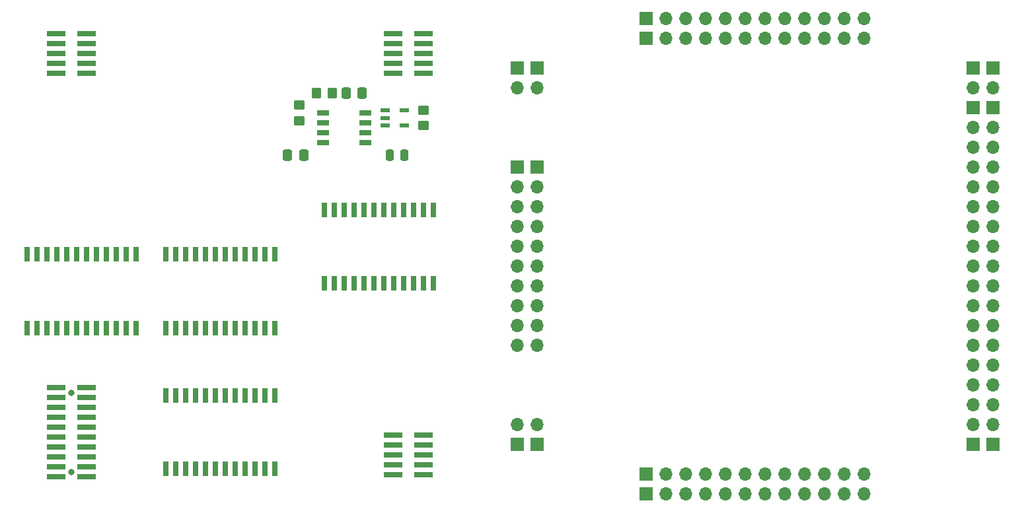
<source format=gbr>
%TF.GenerationSoftware,KiCad,Pcbnew,(6.0.5)*%
%TF.CreationDate,2022-08-07T10:52:41+02:00*%
%TF.ProjectId,MPU Signals,4d505520-5369-4676-9e61-6c732e6b6963,rev?*%
%TF.SameCoordinates,Original*%
%TF.FileFunction,Soldermask,Bot*%
%TF.FilePolarity,Negative*%
%FSLAX46Y46*%
G04 Gerber Fmt 4.6, Leading zero omitted, Abs format (unit mm)*
G04 Created by KiCad (PCBNEW (6.0.5)) date 2022-08-07 10:52:41*
%MOMM*%
%LPD*%
G01*
G04 APERTURE LIST*
G04 Aperture macros list*
%AMRoundRect*
0 Rectangle with rounded corners*
0 $1 Rounding radius*
0 $2 $3 $4 $5 $6 $7 $8 $9 X,Y pos of 4 corners*
0 Add a 4 corners polygon primitive as box body*
4,1,4,$2,$3,$4,$5,$6,$7,$8,$9,$2,$3,0*
0 Add four circle primitives for the rounded corners*
1,1,$1+$1,$2,$3*
1,1,$1+$1,$4,$5*
1,1,$1+$1,$6,$7*
1,1,$1+$1,$8,$9*
0 Add four rect primitives between the rounded corners*
20,1,$1+$1,$2,$3,$4,$5,0*
20,1,$1+$1,$4,$5,$6,$7,0*
20,1,$1+$1,$6,$7,$8,$9,0*
20,1,$1+$1,$8,$9,$2,$3,0*%
G04 Aperture macros list end*
%ADD10R,1.700000X1.700000*%
%ADD11O,1.700000X1.700000*%
%ADD12R,0.650000X1.925000*%
%ADD13RoundRect,0.250000X-0.450000X0.350000X-0.450000X-0.350000X0.450000X-0.350000X0.450000X0.350000X0*%
%ADD14RoundRect,0.250000X0.250000X0.475000X-0.250000X0.475000X-0.250000X-0.475000X0.250000X-0.475000X0*%
%ADD15R,2.400000X0.650000*%
%ADD16C,0.800000*%
%ADD17RoundRect,0.250000X-0.350000X-0.450000X0.350000X-0.450000X0.350000X0.450000X-0.350000X0.450000X0*%
%ADD18RoundRect,0.250000X0.450000X-0.350000X0.450000X0.350000X-0.450000X0.350000X-0.450000X-0.350000X0*%
%ADD19R,1.550000X0.650000*%
%ADD20RoundRect,0.250000X0.337500X0.475000X-0.337500X0.475000X-0.337500X-0.475000X0.337500X-0.475000X0*%
%ADD21R,1.250000X0.600000*%
%ADD22RoundRect,0.250000X-0.337500X-0.475000X0.337500X-0.475000X0.337500X0.475000X-0.337500X0.475000X0*%
G04 APERTURE END LIST*
D10*
%TO.C,J15*%
X143510000Y-133350000D03*
D11*
X146050000Y-133350000D03*
X148590000Y-133350000D03*
X151130000Y-133350000D03*
X153670000Y-133350000D03*
X156210000Y-133350000D03*
X158750000Y-133350000D03*
X161290000Y-133350000D03*
X163830000Y-133350000D03*
X166370000Y-133350000D03*
X168910000Y-133350000D03*
X171450000Y-133350000D03*
%TD*%
D12*
%TO.C,IC11*%
X95885000Y-132664500D03*
X94615000Y-132664500D03*
X93345000Y-132664500D03*
X92075000Y-132664500D03*
X90805000Y-132664500D03*
X89535000Y-132664500D03*
X88265000Y-132664500D03*
X86995000Y-132664500D03*
X85725000Y-132664500D03*
X84455000Y-132664500D03*
X83185000Y-132664500D03*
X81915000Y-132664500D03*
X81915000Y-123240500D03*
X83185000Y-123240500D03*
X84455000Y-123240500D03*
X85725000Y-123240500D03*
X86995000Y-123240500D03*
X88265000Y-123240500D03*
X89535000Y-123240500D03*
X90805000Y-123240500D03*
X92075000Y-123240500D03*
X93345000Y-123240500D03*
X94615000Y-123240500D03*
X95885000Y-123240500D03*
%TD*%
D13*
%TO.C,R5*%
X99060000Y-85995000D03*
X99060000Y-87995000D03*
%TD*%
D10*
%TO.C,J8*%
X187960000Y-129540000D03*
D11*
X187960000Y-127000000D03*
%TD*%
D14*
%TO.C,C6*%
X112524996Y-92392500D03*
X110624996Y-92392500D03*
%TD*%
D10*
%TO.C,J9*%
X185420000Y-81280000D03*
D11*
X185420000Y-83820000D03*
%TD*%
D10*
%TO.C,J2*%
X129540000Y-129540000D03*
D11*
X129540000Y-127000000D03*
%TD*%
D12*
%TO.C,IC14*%
X116205000Y-108852000D03*
X114935000Y-108852000D03*
X113665000Y-108852000D03*
X112395000Y-108852000D03*
X111125000Y-108852000D03*
X109855000Y-108852000D03*
X108585000Y-108852000D03*
X107315000Y-108852000D03*
X106045000Y-108852000D03*
X104775000Y-108852000D03*
X103505000Y-108852000D03*
X102235000Y-108852000D03*
X102235000Y-99428000D03*
X103505000Y-99428000D03*
X104775000Y-99428000D03*
X106045000Y-99428000D03*
X107315000Y-99428000D03*
X108585000Y-99428000D03*
X109855000Y-99428000D03*
X111125000Y-99428000D03*
X112395000Y-99428000D03*
X113665000Y-99428000D03*
X114935000Y-99428000D03*
X116205000Y-99428000D03*
%TD*%
D15*
%TO.C,J18*%
X71800008Y-76860000D03*
X71800008Y-78130000D03*
X71800008Y-79400000D03*
X71800008Y-80670000D03*
X71800008Y-81940000D03*
X67900008Y-81940000D03*
X67900008Y-80670000D03*
X67900008Y-79400000D03*
X67900008Y-78130000D03*
X67900008Y-76860000D03*
%TD*%
D10*
%TO.C,J6*%
X187960000Y-81280000D03*
D11*
X187960000Y-83820000D03*
%TD*%
D10*
%TO.C,J13*%
X143510000Y-77470000D03*
D11*
X146050000Y-77470000D03*
X148590000Y-77470000D03*
X151130000Y-77470000D03*
X153670000Y-77470000D03*
X156210000Y-77470000D03*
X158750000Y-77470000D03*
X161290000Y-77470000D03*
X163830000Y-77470000D03*
X166370000Y-77470000D03*
X168910000Y-77470000D03*
X171450000Y-77470000D03*
%TD*%
D15*
%TO.C,J23*%
X114980008Y-128295000D03*
X114980008Y-129565000D03*
X114980008Y-130835000D03*
X114980008Y-132105000D03*
X114980008Y-133375000D03*
X111080008Y-133375000D03*
X111080008Y-132105000D03*
X111080008Y-130835000D03*
X111080008Y-129565000D03*
X111080008Y-128295000D03*
%TD*%
D16*
%TO.C,J19*%
X69850008Y-133032500D03*
X69850008Y-122872500D03*
D15*
X71800008Y-122237500D03*
X71800008Y-123507500D03*
X71800008Y-124777500D03*
X71800008Y-126047500D03*
X71800008Y-127317500D03*
X71800008Y-128587500D03*
X71800008Y-129857500D03*
X71800008Y-131127500D03*
X71800008Y-132397500D03*
X71800008Y-133667500D03*
X67900008Y-133667500D03*
X67900008Y-132397500D03*
X67900008Y-131127500D03*
X67900008Y-129857500D03*
X67900008Y-128587500D03*
X67900008Y-127317500D03*
X67900008Y-126047500D03*
X67900008Y-124777500D03*
X67900008Y-123507500D03*
X67900008Y-122237500D03*
%TD*%
D17*
%TO.C,R6*%
X101235000Y-84455000D03*
X103235000Y-84455000D03*
%TD*%
D10*
%TO.C,J10*%
X185420000Y-129540000D03*
D11*
X185420000Y-127000000D03*
%TD*%
D18*
%TO.C,R4*%
X114935000Y-88640000D03*
X114935000Y-86640000D03*
%TD*%
D19*
%TO.C,IC9*%
X107499996Y-86995000D03*
X107499996Y-88265000D03*
X107499996Y-89535000D03*
X107499996Y-90805000D03*
X102049996Y-90805000D03*
X102049996Y-89535000D03*
X102049996Y-88265000D03*
X102049996Y-86995000D03*
%TD*%
D10*
%TO.C,J7*%
X187960000Y-86360000D03*
D11*
X187960000Y-88900000D03*
X187960000Y-91440000D03*
X187960000Y-93980000D03*
X187960000Y-96520000D03*
X187960000Y-99060000D03*
X187960000Y-101600000D03*
X187960000Y-104140000D03*
X187960000Y-106680000D03*
X187960000Y-109220000D03*
X187960000Y-111760000D03*
X187960000Y-114300000D03*
X187960000Y-116840000D03*
X187960000Y-119380000D03*
X187960000Y-121920000D03*
X187960000Y-124460000D03*
%TD*%
D20*
%TO.C,C7*%
X99592496Y-92392500D03*
X97517496Y-92392500D03*
%TD*%
D10*
%TO.C,J3*%
X127000000Y-81280000D03*
D11*
X127000000Y-83820000D03*
%TD*%
D21*
%TO.C,IC10*%
X110004996Y-88590000D03*
X110004996Y-87640000D03*
X110004996Y-86690000D03*
X112504996Y-86690000D03*
X112504996Y-88590000D03*
%TD*%
D10*
%TO.C,J1*%
X129540000Y-81280000D03*
D11*
X129540000Y-83820000D03*
%TD*%
D12*
%TO.C,IC12*%
X78105000Y-114567000D03*
X76835000Y-114567000D03*
X75565000Y-114567000D03*
X74295000Y-114567000D03*
X73025000Y-114567000D03*
X71755000Y-114567000D03*
X70485000Y-114567000D03*
X69215000Y-114567000D03*
X67945000Y-114567000D03*
X66675000Y-114567000D03*
X65405000Y-114567000D03*
X64135000Y-114567000D03*
X64135000Y-105143000D03*
X65405000Y-105143000D03*
X66675000Y-105143000D03*
X67945000Y-105143000D03*
X69215000Y-105143000D03*
X70485000Y-105143000D03*
X71755000Y-105143000D03*
X73025000Y-105143000D03*
X74295000Y-105143000D03*
X75565000Y-105143000D03*
X76835000Y-105143000D03*
X78105000Y-105143000D03*
%TD*%
D22*
%TO.C,C8*%
X105007500Y-84455000D03*
X107082500Y-84455000D03*
%TD*%
D15*
%TO.C,J21*%
X114980008Y-76860000D03*
X114980008Y-78130000D03*
X114980008Y-79400000D03*
X114980008Y-80670000D03*
X114980008Y-81940000D03*
X111080008Y-81940000D03*
X111080008Y-80670000D03*
X111080008Y-79400000D03*
X111080008Y-78130000D03*
X111080008Y-76860000D03*
%TD*%
D10*
%TO.C,J16*%
X143510000Y-135890000D03*
D11*
X146050000Y-135890000D03*
X148590000Y-135890000D03*
X151130000Y-135890000D03*
X153670000Y-135890000D03*
X156210000Y-135890000D03*
X158750000Y-135890000D03*
X161290000Y-135890000D03*
X163830000Y-135890000D03*
X166370000Y-135890000D03*
X168910000Y-135890000D03*
X171450000Y-135890000D03*
%TD*%
D10*
%TO.C,J11*%
X129540000Y-93980000D03*
D11*
X129540000Y-96520000D03*
X129540000Y-99060000D03*
X129540000Y-101600000D03*
X129540000Y-104140000D03*
X129540000Y-106680000D03*
X129540000Y-109220000D03*
X129540000Y-111760000D03*
X129540000Y-114300000D03*
X129540000Y-116840000D03*
%TD*%
D10*
%TO.C,J14*%
X143510000Y-74930000D03*
D11*
X146050000Y-74930000D03*
X148590000Y-74930000D03*
X151130000Y-74930000D03*
X153670000Y-74930000D03*
X156210000Y-74930000D03*
X158750000Y-74930000D03*
X161290000Y-74930000D03*
X163830000Y-74930000D03*
X166370000Y-74930000D03*
X168910000Y-74930000D03*
X171450000Y-74930000D03*
%TD*%
D12*
%TO.C,IC13*%
X95885000Y-114567000D03*
X94615000Y-114567000D03*
X93345000Y-114567000D03*
X92075000Y-114567000D03*
X90805000Y-114567000D03*
X89535000Y-114567000D03*
X88265000Y-114567000D03*
X86995000Y-114567000D03*
X85725000Y-114567000D03*
X84455000Y-114567000D03*
X83185000Y-114567000D03*
X81915000Y-114567000D03*
X81915000Y-105143000D03*
X83185000Y-105143000D03*
X84455000Y-105143000D03*
X85725000Y-105143000D03*
X86995000Y-105143000D03*
X88265000Y-105143000D03*
X89535000Y-105143000D03*
X90805000Y-105143000D03*
X92075000Y-105143000D03*
X93345000Y-105143000D03*
X94615000Y-105143000D03*
X95885000Y-105143000D03*
%TD*%
D10*
%TO.C,J5*%
X127000000Y-129540000D03*
D11*
X127000000Y-127000000D03*
%TD*%
D10*
%TO.C,J4*%
X127000000Y-93980000D03*
D11*
X127000000Y-96520000D03*
X127000000Y-99060000D03*
X127000000Y-101600000D03*
X127000000Y-104140000D03*
X127000000Y-106680000D03*
X127000000Y-109220000D03*
X127000000Y-111760000D03*
X127000000Y-114300000D03*
X127000000Y-116840000D03*
%TD*%
D10*
%TO.C,J12*%
X185420000Y-86360000D03*
D11*
X185420000Y-88900000D03*
X185420000Y-91440000D03*
X185420000Y-93980000D03*
X185420000Y-96520000D03*
X185420000Y-99060000D03*
X185420000Y-101600000D03*
X185420000Y-104140000D03*
X185420000Y-106680000D03*
X185420000Y-109220000D03*
X185420000Y-111760000D03*
X185420000Y-114300000D03*
X185420000Y-116840000D03*
X185420000Y-119380000D03*
X185420000Y-121920000D03*
X185420000Y-124460000D03*
%TD*%
M02*

</source>
